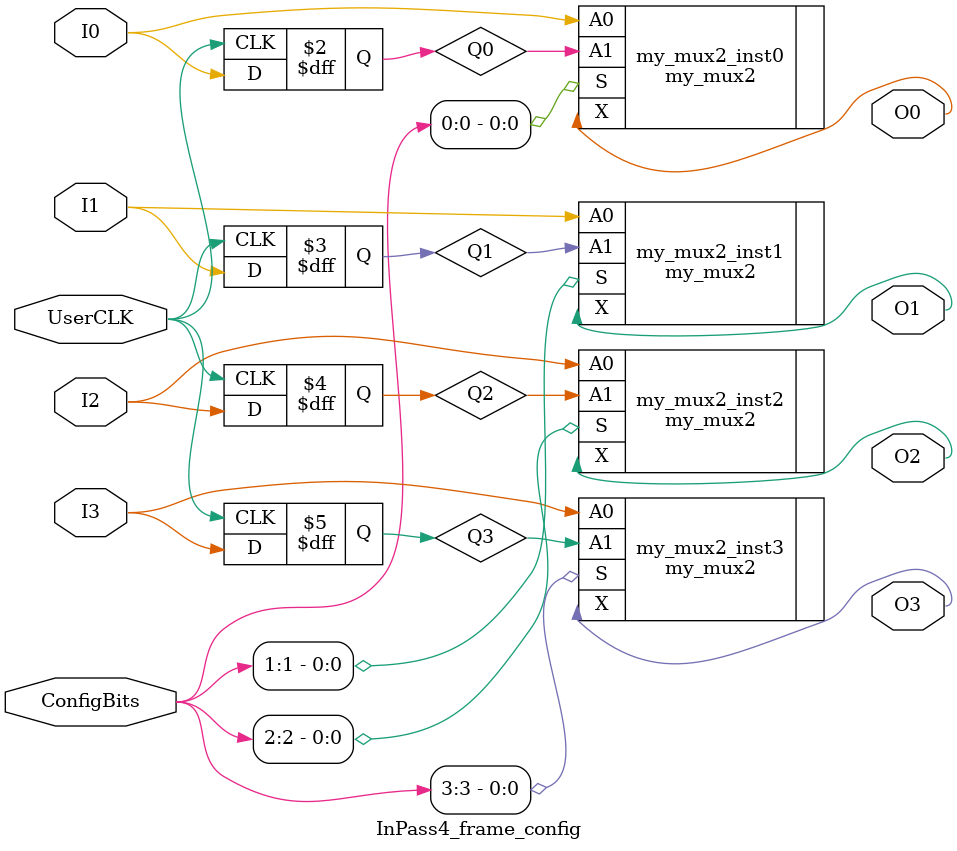
<source format=v>
module InPass4_frame_config (I0, I1, I2, I3, O0, O1, O2, O3, UserCLK, ConfigBits);
	parameter NoConfigBits = 4;
	// Pin0
	input I0; //EXTERNAL
	input I1; //EXTERNAL
	input I2; //EXTERNAL
	input I3; //EXTERNAL
	output O0; //EXTERNAL
	output O1; //EXTERNAL
	output O2; //EXTERNAL
	output O3; //EXTERNAL
	// Tile IO ports from BELs
	input UserCLK; //EXTERNAL -- SHARED_PORT -- ## the EXTERNAL keyword will send this signal all the way to top and the --SHARED Allows multiple BELs using the same port (e.g. for exporting a clock to the top)
	// GLOBAL all primitive pins that are connected to the switch matrix have to go before the GLOBAL label
	input [NoConfigBits - 1 : 0] ConfigBits;
	//_____   ______
	//    I----+--->|FLOP|-Q-|1 M |
	//         |             |  U |-------> O
	//         +-------------|0 X |               
	// I am instantiating an IOBUF primitive.
	// However, it is possible to connect corresponding pins all the way to top, just by adding an "-- EXTERNAL" comment (see PAD in the entity)
	reg Q0, Q1, Q2, Q3; // FLOPs
	
	always @ (posedge UserCLK)
	begin
		Q0 <= I0;
		Q1 <= I1;
		Q2 <= I2;
		Q3 <= I3;
	end
	// ConfigBits ( '0' combinatorial; '1' registered )
	//assign O0 = ConfigBits[0] ? Q0 : I0;
	//assign O1 = ConfigBits[1] ? Q1 : I1;
	//assign O2 = ConfigBits[2] ? Q2 : I2;
	//assign O3 = ConfigBits[3] ? Q3 : I3;

    my_mux2 my_mux2_inst0(
    .A0(I0),
    .A1(Q0),
    .S(ConfigBits[0]),
    .X(O0)
    );

    my_mux2 my_mux2_inst1(
    .A0(I1),
    .A1(Q1),
    .S(ConfigBits[1]),
    .X(O1)
    );

    my_mux2 my_mux2_inst2(
    .A0(I2),
    .A1(Q2),
    .S(ConfigBits[2]),
    .X(O2)
    );

    my_mux2 my_mux2_inst3(
    .A0(I3),
    .A1(Q3),
    .S(ConfigBits[3]),
    .X(O3)
    );	
endmodule

</source>
